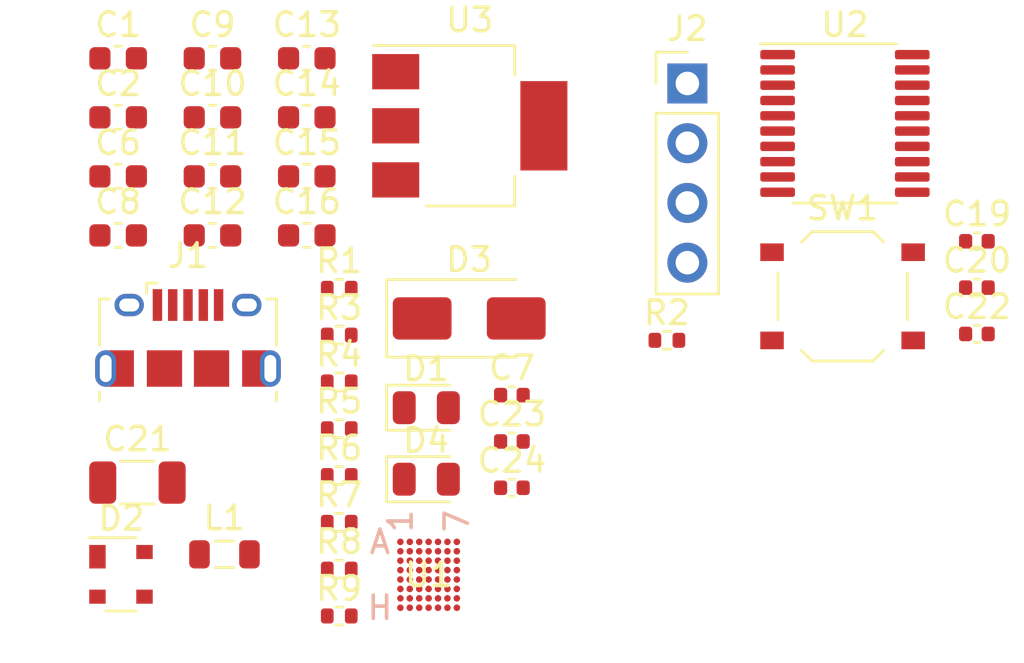
<source format=kicad_pcb>
(kicad_pcb (version 20221018) (generator pcbnew)
  (layers (0 "F.Cu" signal) (31 "B.Cu" signal) (34 "B.Paste" user) (35 "F.Paste" user) (36 "B.SilkS" user "B.Silkscreen") (37 "F.SilkS" user "F.Silkscreen") (38 "B.Mask" user) (39 "F.Mask" user) (44 "Edge.Cuts" user))
  (net 0 "")
  (net 1 "Net-(C1-Pad1)")
  (net 2 "Net-(U1A-BTST1)")
  (net 3 "GND")
  (net 4 "Net-(C2-Pad2)")
  (net 5 "Net-(C6-Pad1)")
  (net 6 "Net-(U1A-BTST2)")
  (net 7 "Net-(U1A-SDRV)")
  (net 8 "SYS")
  (net 9 "/power/BATP")
  (net 10 "VBUS")
  (net 11 "Net-(U2-VCAP)")
  (net 12 "+5V")
  (net 13 "Net-(D2-GND)")
  (net 14 "Net-(J2-Pin_1)")
  (net 15 "+3V3")
  (net 16 "Net-(D1-K)")
  (net 17 "Net-(D1-A)")
  (net 18 "Net-(D2-I{slash}O1)")
  (net 19 "Net-(D2-I{slash}O2)")
  (net 20 "Net-(D4-A)")
  (net 22 "/controller/SWIM")
  (net 23 "/power/REGN")
  (net 24 "/power/ILIM_HIZ")
  (net 25 "Net-(U1A-PROG)")
  (net 26 "Net-(U1A-BATN)")
  (net 27 "Net-(U1A-BATP)")
  (net 28 "/power/~{QON}")
  (net 29 "/power/~{CE}")
  (net 30 "/power/~{INT}")
  (net 31 "/power/~{PG}")
  (net 32 "/power/SCL")
  (net 33 "/power/SDA")
  (net 34 "/power/IBAT")
  (net 36 "/controller/~{PG}")
  (net 37 "/controller/~{QON}")
  (net 40 "/controller/~{INT}")
  (net 42 "/controller/SDA")
  (net 43 "/controller/SCL")
  (net 49 "/controller/~{CE}")
  (net 50 "/controller/IBAT")
  (footprint "Capacitor_SMD:C_0603_1608Metric" (layer "F.Cu") (at 134.66 89.85)
    (fp_text reference "C10" (at 0 -1.43) (layer "F.SilkS"))
    (fp_text value "10u")
    (fp_line (start -0.14058 -0.51) (end 0.14058 -0.51) (stroke (width 0.12)) (layer "F.SilkS"))
    (fp_line (start -0.14058 0.51) (end 0.14058 0.51) (stroke (width 0.12)) (layer "F.SilkS"))
    (pad "1" smd roundrect (at -0.775 0) (size 0.9 0.95) (layers "F.Cu" "F.Paste" "F.Mask") (net 3 "GND"))
    (pad "2" smd roundrect (at 0.775 0) (size 0.9 0.95) (layers "F.Cu" "F.Paste" "F.Mask") (net 8 "SYS"))
  )
  (footprint "Resistor_SMD:R_0402_1005Metric" (layer "F.Cu") (at 140.05 111.05)
    (fp_text reference "R9" (at 0 -1.17) (layer "F.SilkS"))
    (fp_text value "330")
    (fp_line (start -0.153641 -0.38) (end 0.153641 -0.38) (stroke (width 0.12)) (layer "F.SilkS"))
    (fp_line (start -0.153641 0.38) (end 0.153641 0.38) (stroke (width 0.12)) (layer "F.SilkS"))
    (pad "1" smd roundrect (at -0.51 0) (size 0.54 0.64) (layers "F.Cu" "F.Paste" "F.Mask") (net 15 "+3V3"))
    (pad "2" smd roundrect (at 0.51 0) (size 0.54 0.64) (layers "F.Cu" "F.Paste" "F.Mask") (net 20 "Net-(D4-A)"))
  )
  (footprint "Package_TO_SOT_SMD:SOT-223-3_TabPin2" (layer "F.Cu") (at 145.6 90.21)
    (fp_text reference "U3" (at 0 -4.5) (layer "F.SilkS"))
    (fp_text value "AMS1117-3.3")
    (fp_line (start -4.1 -3.41) (end 1.91 -3.41) (stroke (width 0.12)) (layer "F.SilkS"))
    (fp_line (start -1.85 3.41) (end 1.91 3.41) (stroke (width 0.12)) (layer "F.SilkS"))
    (fp_line (start 1.91 -3.41) (end 1.91 -2.15) (stroke (width 0.12)) (layer "F.SilkS"))
    (fp_line (start 1.91 3.41) (end 1.91 2.15) (stroke (width 0.12)) (layer "F.SilkS"))
    (pad "1" smd rect (at -3.15 -2.3) (size 2 1.5) (layers "F.Cu" "F.Paste" "F.Mask") (net 3 "GND"))
    (pad "2" smd rect (at -3.15 0) (size 2 1.5) (layers "F.Cu" "F.Paste" "F.Mask") (net 15 "+3V3"))
    (pad "2" smd rect (at 3.15 0) (size 2 3.8) (layers "F.Cu" "F.Paste" "F.Mask") (net 15 "+3V3"))
    (pad "3" smd rect (at -3.15 2.3) (size 2 1.5) (layers "F.Cu" "F.Paste" "F.Mask") (net 12 "+5V"))
  )
  (footprint "Capacitor_SMD:C_0402_1005Metric" (layer "F.Cu") (at 147.39 103.63)
    (fp_text reference "C23" (at 0 -1.16) (layer "F.SilkS"))
    (fp_text value "1u")
    (fp_line (start -0.107836 -0.36) (end 0.107836 -0.36) (stroke (width 0.12)) (layer "F.SilkS"))
    (fp_line (start -0.107836 0.36) (end 0.107836 0.36) (stroke (width 0.12)) (layer "F.SilkS"))
    (pad "1" smd roundrect (at -0.48 0) (size 0.56 0.62) (layers "F.Cu" "F.Paste" "F.Mask") (net 15 "+3V3"))
    (pad "2" smd roundrect (at 0.48 0) (size 0.56 0.62) (layers "F.Cu" "F.Paste" "F.Mask") (net 3 "GND"))
  )
  (footprint "Capacitor_SMD:C_0603_1608Metric" (layer "F.Cu") (at 138.67 94.87)
    (fp_text reference "C16" (at 0 -1.43) (layer "F.SilkS"))
    (fp_text value "100n")
    (fp_line (start -0.14058 -0.51) (end 0.14058 -0.51) (stroke (width 0.12)) (layer "F.SilkS"))
    (fp_line (start -0.14058 0.51) (end 0.14058 0.51) (stroke (width 0.12)) (layer "F.SilkS"))
    (pad "1" smd roundrect (at -0.775 0) (size 0.9 0.95) (layers "F.Cu" "F.Paste" "F.Mask") (net 10 "VBUS"))
    (pad "2" smd roundrect (at 0.775 0) (size 0.9 0.95) (layers "F.Cu" "F.Paste" "F.Mask") (net 3 "GND"))
  )
  (footprint "Capacitor_SMD:C_0603_1608Metric" (layer "F.Cu") (at 138.67 87.34)
    (fp_text reference "C13" (at 0 -1.43) (layer "F.SilkS"))
    (fp_text value "10u")
    (fp_line (start -0.14058 -0.51) (end 0.14058 -0.51) (stroke (width 0.12)) (layer "F.SilkS"))
    (fp_line (start -0.14058 0.51) (end 0.14058 0.51) (stroke (width 0.12)) (layer "F.SilkS"))
    (pad "1" smd roundrect (at -0.775 0) (size 0.9 0.95) (layers "F.Cu" "F.Paste" "F.Mask") (net 3 "GND"))
    (pad "2" smd roundrect (at 0.775 0) (size 0.9 0.95) (layers "F.Cu" "F.Paste" "F.Mask") (net 8 "SYS"))
  )
  (footprint "Resistor_SMD:R_0402_1005Metric" (layer "F.Cu") (at 140.05 109.06)
    (fp_text reference "R8" (at 0 -1.17) (layer "F.SilkS"))
    (fp_text value "100")
    (fp_line (start -0.153641 -0.38) (end 0.153641 -0.38) (stroke (width 0.12)) (layer "F.SilkS"))
    (fp_line (start -0.153641 0.38) (end 0.153641 0.38) (stroke (width 0.12)) (layer "F.SilkS"))
    (pad "1" smd roundrect (at -0.51 0) (size 0.54 0.64) (layers "F.Cu" "F.Paste" "F.Mask") (net 27 "Net-(U1A-BATP)"))
    (pad "2" smd roundrect (at 0.51 0) (size 0.54 0.64) (layers "F.Cu" "F.Paste" "F.Mask") (net 9 "/power/BATP"))
  )
  (footprint "Capacitor_SMD:C_0603_1608Metric" (layer "F.Cu") (at 130.65 89.85)
    (fp_text reference "C2" (at 0 -1.43) (layer "F.SilkS"))
    (fp_text value "100n")
    (fp_line (start -0.14058 -0.51) (end 0.14058 -0.51) (stroke (width 0.12)) (layer "F.SilkS"))
    (fp_line (start -0.14058 0.51) (end 0.14058 0.51) (stroke (width 0.12)) (layer "F.SilkS"))
    (pad "1" smd roundrect (at -0.775 0) (size 0.9 0.95) (layers "F.Cu" "F.Paste" "F.Mask") (net 3 "GND"))
    (pad "2" smd roundrect (at 0.775 0) (size 0.9 0.95) (layers "F.Cu" "F.Paste" "F.Mask") (net 4 "Net-(C2-Pad2)"))
  )
  (footprint "Capacitor_SMD:C_0603_1608Metric" (layer "F.Cu") (at 130.65 94.87)
    (fp_text reference "C8" (at 0 -1.43) (layer "F.SilkS"))
    (fp_text value "100n")
    (fp_line (start -0.14058 -0.51) (end 0.14058 -0.51) (stroke (width 0.12)) (layer "F.SilkS"))
    (fp_line (start -0.14058 0.51) (end 0.14058 0.51) (stroke (width 0.12)) (layer "F.SilkS"))
    (pad "1" smd roundrect (at -0.775 0) (size 0.9 0.95) (layers "F.Cu" "F.Paste" "F.Mask") (net 3 "GND"))
    (pad "2" smd roundrect (at 0.775 0) (size 0.9 0.95) (layers "F.Cu" "F.Paste" "F.Mask") (net 8 "SYS"))
  )
  (footprint "Capacitor_SMD:C_0603_1608Metric" (layer "F.Cu") (at 130.65 87.34)
    (fp_text reference "C1" (at 0 -1.43) (layer "F.SilkS"))
    (fp_text value "47n")
    (fp_line (start -0.14058 -0.51) (end 0.14058 -0.51) (stroke (width 0.12)) (layer "F.SilkS"))
    (fp_line (start -0.14058 0.51) (end 0.14058 0.51) (stroke (width 0.12)) (layer "F.SilkS"))
    (pad "1" smd roundrect (at -0.775 0) (size 0.9 0.95) (layers "F.Cu" "F.Paste" "F.Mask") (net 1 "Net-(C1-Pad1)"))
    (pad "2" smd roundrect (at 0.775 0) (size 0.9 0.95) (layers "F.Cu" "F.Paste" "F.Mask") (net 2 "Net-(U1A-BTST1)"))
  )
  (footprint "Resistor_SMD:R_0402_1005Metric" (layer "F.Cu") (at 140.05 97.12)
    (fp_text reference "R1" (at 0 -1.17) (layer "F.SilkS"))
    (fp_text value "1M")
    (fp_line (start -0.153641 -0.38) (end 0.153641 -0.38) (stroke (width 0.12)) (layer "F.SilkS"))
    (fp_line (start -0.153641 0.38) (end 0.153641 0.38) (stroke (width 0.12)) (layer "F.SilkS"))
    (pad "1" smd roundrect (at -0.51 0) (size 0.54 0.64) (layers "F.Cu" "F.Paste" "F.Mask") (net 13 "Net-(D2-GND)"))
    (pad "2" smd roundrect (at 0.51 0) (size 0.54 0.64) (layers "F.Cu" "F.Paste" "F.Mask") (net 3 "GND"))
  )
  (footprint "Resistor_SMD:R_0402_1005Metric" (layer "F.Cu") (at 140.05 105.08)
    (fp_text reference "R6" (at 0 -1.17) (layer "F.SilkS"))
    (fp_text value "17.4k")
    (fp_line (start -0.153641 -0.38) (end 0.153641 -0.38) (stroke (width 0.12)) (layer "F.SilkS"))
    (fp_line (start -0.153641 0.38) (end 0.153641 0.38) (stroke (width 0.12)) (layer "F.SilkS"))
    (pad "1" smd roundrect (at -0.51 0) (size 0.54 0.64) (layers "F.Cu" "F.Paste" "F.Mask") (net 3 "GND"))
    (pad "2" smd roundrect (at 0.51 0) (size 0.54 0.64) (layers "F.Cu" "F.Paste" "F.Mask") (net 25 "Net-(U1A-PROG)"))
  )
  (footprint "Capacitor_SMD:C_0603_1608Metric" (layer "F.Cu") (at 134.66 87.34)
    (fp_text reference "C9" (at 0 -1.43) (layer "F.SilkS"))
    (fp_text value "10u")
    (fp_line (start -0.14058 -0.51) (end 0.14058 -0.51) (stroke (width 0.12)) (layer "F.SilkS"))
    (fp_line (start -0.14058 0.51) (end 0.14058 0.51) (stroke (width 0.12)) (layer "F.SilkS"))
    (pad "1" smd roundrect (at -0.775 0) (size 0.9 0.95) (layers "F.Cu" "F.Paste" "F.Mask") (net 3 "GND"))
    (pad "2" smd roundrect (at 0.775 0) (size 0.9 0.95) (layers "F.Cu" "F.Paste" "F.Mask") (net 8 "SYS"))
  )
  (footprint "Capacitor_SMD:C_0402_1005Metric" (layer "F.Cu") (at 167.16 97.09)
    (fp_text reference "C20" (at 0 -1.16) (layer "F.SilkS"))
    (fp_text value "100n")
    (fp_line (start -0.107836 -0.36) (end 0.107836 -0.36) (stroke (width 0.12)) (layer "F.SilkS"))
    (fp_line (start -0.107836 0.36) (end 0.107836 0.36) (stroke (width 0.12)) (layer "F.SilkS"))
    (pad "1" smd roundrect (at -0.48 0) (size 0.56 0.62) (layers "F.Cu" "F.Paste" "F.Mask") (net 12 "+5V"))
    (pad "2" smd roundrect (at 0.48 0) (size 0.56 0.62) (layers "F.Cu" "F.Paste" "F.Mask") (net 3 "GND"))
  )
  (footprint "Diode_SMD:D_SMA" (layer "F.Cu") (at 145.575 98.4)
    (fp_text reference "D3" (at 0 -2.5) (layer "F.SilkS"))
    (fp_text value "SS14")
    (fp_line (start -3.51 -1.65) (end -3.51 1.65) (stroke (width 0.12)) (layer "F.SilkS"))
    (fp_line (start -3.51 -1.65) (end 2 -1.65) (stroke (width 0.12)) (layer "F.SilkS"))
    (fp_line (start -3.51 1.65) (end 2 1.65) (stroke (width 0.12)) (layer "F.SilkS"))
    (pad "1" smd roundrect (at -2 0) (size 2.5 1.8) (layers "F.Cu" "F.Paste" "F.Mask") (roundrect_rratio 0.1388888889) (net 12 "+5V"))
    (pad "2" smd roundrect (at 2 0) (size 2.5 1.8) (layers "F.Cu" "F.Paste" "F.Mask") (roundrect_rratio 0.1388888889) (net 10 "VBUS"))
  )
  (footprint "Capacitor_SMD:C_0603_1608Metric" (layer "F.Cu") (at 130.65 92.36)
    (fp_text reference "C6" (at 0 -1.43) (layer "F.SilkS"))
    (fp_text value "47n")
    (fp_line (start -0.14058 -0.51) (end 0.14058 -0.51) (stroke (width 0.12)) (layer "F.SilkS"))
    (fp_line (start -0.14058 0.51) (end 0.14058 0.51) (stroke (width 0.12)) (layer "F.SilkS"))
    (pad "1" smd roundrect (at -0.775 0) (size 0.9 0.95) (layers "F.Cu" "F.Paste" "F.Mask") (net 5 "Net-(C6-Pad1)"))
    (pad "2" smd roundrect (at 0.775 0) (size 0.9 0.95) (layers "F.Cu" "F.Paste" "F.Mask") (net 6 "Net-(U1A-BTST2)"))
  )
  (footprint "Button_Switch_SMD:SW_Push_1P1T_XKB_TS-1187A" (layer "F.Cu") (at 161.45 97.46)
    (fp_text reference "SW1" (at 0 -3.75) (layer "F.SilkS"))
    (fp_text value "RESET")
    (fp_line (start -2.75 -1) (end -2.75 1) (stroke (width 0.12)) (layer "F.SilkS"))
    (fp_line (start -1.75 -2.3) (end -1.3 -2.75) (stroke (width 0.12)) (layer "F.SilkS"))
    (fp_line (start -1.75 2.3) (end -1.3 2.75) (stroke (width 0.12)) (layer "F.SilkS"))
    (fp_line (start -1.3 -2.75) (end 1.3 -2.75) (stroke (width 0.12)) (layer "F.SilkS"))
    (fp_line (start -1.3 2.75) (end 1.3 2.75) (stroke (width 0.12)) (layer "F.SilkS"))
    (fp_line (start 1.75 -2.3) (end 1.3 -2.75) (stroke (width 0.12)) (layer "F.SilkS"))
    (fp_line (start 1.75 2.3) (end 1.3 2.75) (stroke (width 0.12)) (layer "F.SilkS"))
    (fp_line (start 2.75 -1) (end 2.75 1) (stroke (width 0.12)) (layer "F.SilkS"))
    (pad "1" smd rect (at -3 -1.875) (size 1 0.75) (layers "F.Cu" "F.Paste" "F.Mask") (net 3 "GND"))
    (pad "1" smd rect (at 3 -1.875) (size 1 0.75) (layers "F.Cu" "F.Paste" "F.Mask") (net 3 "GND"))
    (pad "2" smd rect (at -3 1.875) (size 1 0.75) (layers "F.Cu" "F.Paste" "F.Mask") (net 14 "Net-(J2-Pin_1)"))
    (pad "2" smd rect (at 3 1.875) (size 1 0.75) (layers "F.Cu" "F.Paste" "F.Mask") (net 14 "Net-(J2-Pin_1)"))
  )
  (footprint "Package_TO_SOT_SMD:SOT-143" (layer "F.Cu") (at 130.77 109.28)
    (fp_text reference "D2" (at 0.02 -2.38) (layer "F.SilkS"))
    (fp_text value "PRTR5V0U2X")
    (fp_line (start -0.65 1.56) (end 0.65 1.56) (stroke (width 0.12)) (layer "F.SilkS"))
    (fp_line (start 0.65 -1.56) (end -1.35 -1.56) (stroke (width 0.12)) (layer "F.SilkS"))
    (pad "1" smd rect (at -1 -0.75) (size 0.7 1) (layers "F.Cu" "F.Paste" "F.Mask") (net 13 "Net-(D2-GND)"))
    (pad "2" smd rect (at -1 0.95) (size 0.7 0.6) (layers "F.Cu" "F.Paste" "F.Mask") (net 18 "Net-(D2-I{slash}O1)"))
    (pad "3" smd rect (at 1 0.95) (size 0.7 0.6) (layers "F.Cu" "F.Paste" "F.Mask") (net 19 "Net-(D2-I{slash}O2)"))
    (pad "4" smd rect (at 1 -0.95) (size 0.7 0.6) (layers "F.Cu" "F.Paste" "F.Mask") (net 10 "VBUS"))
  )
  (footprint "Resistor_SMD:R_0402_1005Metric" (layer "F.Cu") (at 140.05 101.1)
    (fp_text reference "R4" (at 0 -1.17) (layer "F.SilkS"))
    (fp_text value "100k")
    (fp_line (start -0.153641 -0.38) (end 0.153641 -0.38) (stroke (width 0.12)) (layer "F.SilkS"))
    (fp_line (start -0.153641 0.38) (end 0.153641 0.38) (stroke (width 0.12)) (layer "F.SilkS"))
    (pad "1" smd roundrect (at -0.51 0) (size 0.54 0.64) (layers "F.Cu" "F.Paste" "F.Mask") (net 23 "/power/REGN"))
    (pad "2" smd roundrect (at 0.51 0) (size 0.54 0.64) (layers "F.Cu" "F.Paste" "F.Mask") (net 24 "/power/ILIM_HIZ"))
  )
  (footprint "Capacitor_SMD:C_0402_1005Metric" (layer "F.Cu") (at 147.39 105.6)
    (fp_text reference "C24" (at 0 -1.16) (layer "F.SilkS"))
    (fp_text value "1u")
    (fp_line (start -0.107836 -0.36) (end 0.107836 -0.36) (stroke (width 0.12)) (layer "F.SilkS"))
    (fp_line (start -0.107836 0.36) (end 0.107836 0.36) (stroke (width 0.12)) (layer "F.SilkS"))
    (pad "1" smd roundrect (at -0.48 0) (size 0.56 0.62) (layers "F.Cu" "F.Paste" "F.Mask") (net 12 "+5V"))
    (pad "2" smd roundrect (at 0.48 0) (size 0.56 0.62) (layers "F.Cu" "F.Paste" "F.Mask") (net 3 "GND"))
  )
  (footprint "Resistor_SMD:R_0402_1005Metric" (layer "F.Cu") (at 140.05 103.09)
    (fp_text reference "R5" (at 0 -1.17) (layer "F.SilkS"))
    (fp_text value "100k")
    (fp_line (start -0.153641 -0.38) (end 0.153641 -0.38) (stroke (width 0.12)) (layer "F.SilkS"))
    (fp_line (start -0.153641 0.38) (end 0.153641 0.38) (stroke (width 0.12)) (layer "F.SilkS"))
    (pad "1" smd roundrect (at -0.51 0) (size 0.54 0.64) (layers "F.Cu" "F.Paste" "F.Mask") (net 24 "/power/ILIM_HIZ"))
    (pad "2" smd roundrect (at 0.51 0) (size 0.54 0.64) (layers "F.Cu" "F.Paste" "F.Mask") (net 3 "GND"))
  )
  (footprint "Connector_USB:USB_Micro-B_Amphenol_10118194_Horizontal" (layer "F.Cu") (at 133.62 99.23)
    (fp_text reference "J1" (at 0 -3.5) (layer "F.SilkS"))
    (fp_text value "USB_B_Micro")
    (fp_line (start -3.76 -1.66) (end -3.34 -1.66) (stroke (width 0.12)) (layer "F.SilkS"))
    (fp_line (start -3.76 0.32) (end -3.76 -1.66) (stroke (width 0.12)) (layer "F.SilkS"))
    (fp_line (start -3.76 2.69) (end -3.76 2.29) (stroke (width 0.12)) (layer "F.SilkS"))
    (fp_line (start -1.76 -1.89) (end -1.76 -2.34) (stroke (width 0.12)) (layer "F.SilkS"))
    (fp_line (start -1.31 -2.34) (end -1.76 -2.34) (stroke (width 0.12)) (layer "F.SilkS"))
    (fp_line (start 3.76 -1.66) (end 3.34 -1.66) (stroke (width 0.12)) (layer "F.SilkS"))
    (fp_line (start 3.76 0.32) (end 3.76 -1.66) (stroke (width 0.12)) (layer "F.SilkS"))
    (fp_line (start 3.76 2.29) (end 3.76 2.69) (stroke (width 0.12)) (layer "F.SilkS"))
    (pad "1" smd rect (at -1.3 -1.4) (size 0.4 1.35) (layers "F.Cu" "F.Paste" "F.Mask") (net 10 "VBUS"))
    (pad "2" smd rect (at -0.65 -1.4) (size 0.4 1.35) (layers "F.Cu" "F.Paste" "F.Mask") (net 19 "Net-(D2-I{slash}O2)"))
    (pad "3" smd rect (at 0 -1.4) (size 0.4 1.35) (layers "F.Cu" "F.Paste" "F.Mask") (net 18 "Net-(D2-I{slash}O1)"))
    (pad "4" smd rect (at 0.65 -1.4) (size 0.4 1.35) (layers "F.Cu" "F.Paste" "F.Mask"))
    (pad "5" smd rect (at 1.3 -1.4) (size 0.4 1.35) (layers "F.Cu" "F.Paste" "F.Mask") (net 3 "GND"))
    (pad "6" thru_hole oval (at -3.5 1.3) (size 0.89 1.55) (drill oval 0.5 1.15) (layers "*.Cu" "*.Mask") (net 13 "Net-(D2-GND)"))
    (pad "6" smd rect (at -2.9 1.3) (size 1.2 1.55) (layers "F.Cu" "F.Paste" "F.Mask") (net 13 "Net-(D2-GND)"))
    (pad "6" thru_hole oval (at -2.5 -1.4) (size 1.25 0.95) (drill oval 0.85 0.55) (layers "*.Cu" "*.Mask") (net 13 "Net-(D2-GND)"))
    (pad "6" smd rect (at -1 1.3) (size 1.5 1.55) (layers "F.Cu" "F.Paste" "F.Mask") (net 13 "Net-(D2-GND)"))
    (pad "6" smd rect (at 1 1.3) (size 1.5 1.55) (layers "F.Cu" "F.Paste" "F.Mask") (net 13 "Net-(D2-GND)"))
    (pad "6" thru_hole oval (at 2.5 -1.4) (size 1.25 0.95) (drill oval 0.85 0.55) (layers "*.Cu" "*.Mask") (net 13 "Net-(D2-GND)"))
    (pad "6" smd rect (at 2.9 1.3) (size 1.2 1.55) (layers "F.Cu" "F.Paste" "F.Mask") (net 13 "Net-(D2-GND)"))
    (pad "6" thru_hole oval (at 3.5 1.3) (size 0.89 1.55) (drill oval 0.5 1.15) (layers "*.Cu" "*.Mask") (net 13 "Net-(D2-GND)"))
  )
  (footprint "Capacitor_SMD:C_0603_1608Metric" (layer "F.Cu") (at 138.67 89.85)
    (fp_text reference "C14" (at 0 -1.43) (layer "F.SilkS"))
    (fp_text value "10u")
    (fp_line (start -0.14058 -0.51) (end 0.14058 -0.51) (stroke (width 0.12)) (layer "F.SilkS"))
    (fp_line (start -0.14058 0.51) (end 0.14058 0.51) (stroke (width 0.12)) (layer "F.SilkS"))
    (pad "1" smd roundrect (at -0.775 0) (size 0.9 0.95) (layers "F.Cu" "F.Paste" "F.Mask") (net 3 "GND"))
    (pad "2" smd roundrect (at 0.775 0) (size 0.9 0.95) (layers "F.Cu" "F.Paste" "F.Mask") (net 9 "/power/BATP"))
  )
  (footprint "Connector_PinHeader_2.54mm:PinHeader_1x04_P2.54mm_Vertical" (layer "F.Cu") (at 154.85 88.41)
    (fp_text reference "J2" (at 0 -2.33) (layer "F.SilkS"))
    (fp_text value "STLINK")
    (fp_line (start -1.33 -1.33) (end 0 -1.33) (stroke (width 0.12)) (layer "F.SilkS"))
    (fp_line (start -1.33 0) (end -1.33 -1.33) (stroke (width 0.12)) (layer "F.SilkS"))
    (fp_line (start -1.33 1.27) (end -1.33 8.95) (stroke (width 0.12)) (layer "F.SilkS"))
    (fp_line (start -1.33 1.27) (end 1.33 1.27) (stroke (width 0.12)) (layer "F.SilkS"))
    (fp_line (start -1.33 8.95) (end 1.33 8.95) (stroke (width 0.12)) (layer "F.SilkS"))
    (fp_line (start 1.33 1.27) (end 1.33 8.95) (stroke (width 0.12)) (layer "F.SilkS"))
    (pad "1" thru_hole rect (at 0 0) (size 1.7 1.7) (drill 1) (layers "*.Cu" "*.Mask") (net 14 "Net-(J2-Pin_1)"))
    (pad "2" thru_hole oval (at 0 2.54) (size 1.7 1.7) (drill 1) (layers "*.Cu" "*.Mask") (net 3 "GND"))
    (pad "3" thru_hole oval (at 0 5.08) (size 1.7 1.7) (drill 1) (layers "*.Cu" "*.Mask") (net 22 "/controller/SWIM"))
    (pad "4" thru_hole oval (at 0 7.62) (size 1.7 1.7) (drill 1) (layers "*.Cu" "*.Mask") (net 12 "+5V"))
  )
  (footprint "LED_SMD:LED_0805_2012Metric" (layer "F.Cu") (at 143.75 105.235)
    (fp_text reference "D4" (at 0 -1.65) (layer "F.SilkS"))
    (fp_text value "GREEN")
    (fp_line (start -1.685 -0.96) (end -1.685 0.96) (stroke (width 0.12)) (layer "F.SilkS"))
    (fp_line (start -1.685 0.96) (end 1 0.96) (stroke (width 0.12)) (layer "F.SilkS"))
    (fp_line (start 1 -0.96) (end -1.685 -0.96) (stroke (width 0.12)) (layer "F.SilkS"))
    (pad "1" smd roundrect (at -0.9375 0) (size 0.975 1.4) (layers "F.Cu" "F.Paste" "F.Mask") (net 3 "GND"))
    (pad "2" smd roundrect (at 0.9375 0) (size 0.975 1.4) (layers "F.Cu" "F.Paste" "F.Mask") (net 20 "Net-(D4-A)"))
  )
  (footprint "Resistor_SMD:R_0402_1005Metric" (layer "F.Cu") (at 153.98 99.33)
    (fp_text reference "R2" (at 0 -1.17) (layer "F.SilkS"))
    (fp_text value "10k")
    (fp_line (start -0.153641 -0.38) (end 0.153641 -0.38) (stroke (width 0.12)) (layer "F.SilkS"))
    (fp_line (start -0.153641 0.38) (end 0.153641 0.38) (stroke (width 0.12)) (layer "F.SilkS"))
    (pad "1" smd roundrect (at -0.51 0) (size 0.54 0.64) (layers "F.Cu" "F.Paste" "F.Mask") (net 14 "Net-(J2-Pin_1)"))
    (pad "2" smd roundrect (at 0.51 0) (size 0.54 0.64) (layers "F.Cu" "F.Paste" "F.Mask") (net 12 "+5V"))
  )
  (footprint "Capacitor_SMD:C_0402_1005Metric" (layer "F.Cu") (at 167.16 99.06)
    (fp_text reference "C22" (at 0 -1.16) (layer "F.SilkS"))
    (fp_text value "100n")
    (fp_line (start -0.107836 -0.36) (end 0.107836 -0.36) (stroke (width 0.12)) (layer "F.SilkS"))
    (fp_line (start -0.107836 0.36) (end 0.107836 0.36) (stroke (width 0.12)) (layer "F.SilkS"))
    (pad "1" smd roundrect (at -0.48 0) (size 0.56 0.62) (layers "F.Cu" "F.Paste" "F.Mask") (net 3 "GND"))
    (pad "2" smd roundrect (at 0.48 0) (size 0.56 0.62) (layers "F.Cu" "F.Paste" "F.Mask") (net 14 "Net-(J2-Pin_1)"))
  )
  (footprint "Capacitor_SMD:C_0402_1005Metric" (layer "F.Cu") (at 147.39 101.66)
    (fp_text reference "C7" (at 0 -1.16) (layer "F.SilkS"))
    (fp_text value "1n")
    (fp_line (start -0.107836 -0.36) (end 0.107836 -0.36) (stroke (width 0.12)) (layer "F.SilkS"))
    (fp_line (start -0.107836 0.36) (end 0.107836 0.36) (stroke (width 0.12)) (layer "F.SilkS"))
    (pad "1" smd roundrect (at -0.48 0) (size 0.56 0.62) (layers "F.Cu" "F.Paste" "F.Mask") (net 3 "GND"))
    (pad "2" smd roundrect (at 0.48 0) (size 0.56 0.62) (layers "F.Cu" "F.Paste" "F.Mask") (net 7 "Net-(U1A-SDRV)"))
  )
  (footprint "Capacitor_SMD:C_0603_1608Metric" (layer "F.Cu") (at 138.67 92.36)
    (fp_text reference "C15" (at 0 -1.43) (layer "F.SilkS"))
    (fp_text value "10u")
    (fp_line (start -0.14058 -0.51) (end 0.14058 -0.51) (stroke (width 0.12)) (layer "F.SilkS"))
    (fp_line (start -0.14058 0.51) (end 0.14058 0.51) (stroke (width 0.12)) (layer "F.SilkS"))
    (pad "1" smd roundrect (at -0.775 0) (size 0.9 0.95) (layers "F.Cu" "F.Paste" "F.Mask") (net 3 "GND"))
    (pad "2" smd roundrect (at 0.775 0) (size 0.9 0.95) (layers "F.Cu" "F.Paste" "F.Mask") (net 9 "/power/BATP"))
  )
  (footprint "Capacitor_SMD:C_0603_1608Metric" (layer "F.Cu") (at 134.66 92.36)
    (fp_text reference "C11" (at 0 -1.43) (layer "F.SilkS"))
    (fp_text value "10u")
    (fp_line (start -0.14058 -0.51) (end 0.14058 -0.51) (stroke (width 0.12)) (layer "F.SilkS"))
    (fp_line (start -0.14058 0.51) (end 0.14058 0.51) (stroke (width 0.12)) (layer "F.SilkS"))
    (pad "1" smd roundrect (at -0.775 0) (size 0.9 0.95) (layers "F.Cu" "F.Paste" "F.Mask") (net 3 "GND"))
    (pad "2" smd roundrect (at 0.775 0) (size 0.9 0.95) (layers "F.Cu" "F.Paste" "F.Mask") (net 8 "SYS"))
  )
  (footprint "Inductor_SMD:L_0805_2012Metric" (layer "F.Cu") (at 135.17 108.43)
    (fp_text reference "L1" (at 0 -1.55) (layer "F.SilkS"))
    (fp_text value "1u")
    (fp_line (start -0.399622 -0.56) (end 0.399622 -0.56) (stroke (width 0.12)) (layer "F.SilkS"))
    (fp_line (start -0.399622 0.56) (end 0.399622 0.56) (stroke (width 0.12)) (layer "F.SilkS"))
    (pad "1" smd roundrect (at -1.0625 0) (size 0.875 1.2) (layers "F.Cu" "F.Paste" "F.Mask") (net 1 "Net-(C1-Pad1)"))
    (pad "2" smd roundrect (at 1.0625 0) (size 0.875 1.2) (layers "F.Cu" "F.Paste" "F.Mask") (net 5 "Net-(C6-Pad1)"))
  )
  (footprint "Capacitor_SMD:C_0603_1608Metric" (layer "F.Cu") (at 134.66 94.87)
    (fp_text reference "C12" (at 0 -1.43) (layer "F.SilkS"))
    (fp_text value "10u")
    (fp_line (start -0.14058 -0.51) (end 0.14058 -0.51) (stroke (width 0.12)) (layer "F.SilkS"))
    (fp_line (start -0.14058 0.51) (end 0.14058 0.51) (stroke (width 0.12)) (layer "F.SilkS"))
    (pad "1" smd roundrect (at -0.775 0) (size 0.9 0.95) (layers "F.Cu" "F.Paste" "F.Mask") (net 3 "GND"))
    (pad "2" smd roundrect (at 0.775 0) (size 0.9 0.95) (layers "F.Cu" "F.Paste" "F.Mask") (net 8 "SYS"))
  )
  (footprint "Resistor_SMD:R_0402_1005Metric" (layer "F.Cu") (at 140.05 107.07)
    (fp_text reference "R7" (at 0 -1.17) (layer "F.SilkS"))
    (fp_text value "100")
    (fp_line (start -0.153641 -0.38) (end 0.153641 -0.38) (stroke (width 0.12)) (layer "F.SilkS"))
    (fp_line (start -0.153641 0.38) (end 0.153641 0.38) (stroke (width 0.12)) (layer "F.SilkS"))
    (pad "1" smd roundrect (at -0.51 0) (size 0.54 0.64) (layers "F.Cu" "F.Paste" "F.Mask") (net 26 "Net-(U1A-BATN)"))
    (pad "2" smd roundrect (at 0.51 0) (size 0.54 0.64) (layers "F.Cu" "F.Paste" "F.Mask") (net 3 "GND"))
  )
  (footprint "BQ24179:BGA_79YBGR_TEX" (layer "F.Cu") (at 143.849675 109.2997)
    (fp_text reference "U1" (at 0 0 unlocked) (layer "F.SilkS"))
    (fp_text value "BQ24179YBGR")
    (fp_text user "1" (at -1.20015 -2.286 90 unlocked) (layer "B.SilkS"))
    (fp_text user "A" (at -2.0701 -1.400175 unlocked) (layer "B.SilkS"))
    (fp_text user "H" (at -2.0701 1.400175 unlocked) (layer "B.SilkS"))
    (fp_text user "7" (at 1.20015 -2.286 90 unlocked) (layer "B.SilkS"))
    (fp_text user "H" (at -2.0701 1.400175 unlocked) (layer "F.SilkS"))
    (fp_text user "A" (at -2.0701 -1.400175 unlocked) (layer "F.SilkS"))
    (fp_text user "1" (at -1.20015 -2.286 90 unlocked) (layer "F.SilkS"))
    (fp_text user "7" (at 1.20015 -2.286 90 unlocked) (layer "F.SilkS"))
    (pad "A1" smd circle (at -1.20015 -1.400175) (size 0.2794 0.2794) (layers "F.Cu" "F.Paste" "F.Mask") (net 10 "VBUS"))
    (pad "A2" smd circle (at -0.8001 -1.400175) (size 0.2794 0.2794) (layers "F.Cu" "F.Paste" "F.Mask") (net 4 "Net-(C2-Pad2)"))
    (pad "A3" smd circle (at -0.40005 -1.400175) (size 0.2794 0.2794) (layers "F.Cu" "F.Paste" "F.Mask") (net 1 "Net-(C1-Pad1)"))
    (pad "A4" smd circle (at 0 -1.400175) (size 0.2794 0.2794) (layers "F.Cu" "F.Paste" "F.Mask") (net 3 "GND"))
    (pad "A5" smd circle (at 0.40005 -1.400175) (size 0.2794 0.2794) (layers "F.Cu" "F.Paste" "F.Mask") (net 5 "Net-(C6-Pad1)"))
    (pad "A6" smd circle (at 0.8001 -1.400175) (size 0.2794 0.2794) (layers "F.Cu" "F.Paste" "F.Mask") (net 8 "SYS"))
    (pad "A7" smd circle (at 1.20015 -1.400175) (size 0.2794 0.2794) (layers "F.Cu" "F.Paste" "F.Mask") (net 9 "/power/BATP"))
    (pad "B1" smd circle (at -1.20015 -1.000125) (size 0.2794 0.2794) (layers "F.Cu" "F.Paste" "F.Mask") (net 10 "VBUS"))
    (pad "B2" smd circle (at -0.8001 -1.000125) (size 0.2794 0.2794) (layers "F.Cu" "F.Paste" "F.Mask") (net 4 "Net-(C2-Pad2)"))
    (pad "B3" smd circle (at -0.40005 -1.000125) (size 0.2794 0.2794) (layers "F.Cu" "F.Paste" "F.Mask") (net 1 "Net-(C1-Pad1)"))
    (pad "B4" smd circle (at 0 -1.000125) (size 0.2794 0.2794) (layers "F.Cu" "F.Paste" "F.Mask") (net 3 "GND"))
    (pad "B5" smd circle (at 0.40005 -1.000125) (size 0.2794 0.2794) (layers "F.Cu" "F.Paste" "F.Mask") (net 5 "Net-(C6-Pad1)"))
    (pad "B6" smd circle (at 0.8001 -1.000125) (size 0.2794 0.2794) (layers "F.Cu" "F.Paste" "F.Mask") (net 8 "SYS"))
    (pad "B7" smd circle (at 1.20015 -1.000125) (size 0.2794 0.2794) (layers "F.Cu" "F.Paste" "F.Mask") (net 9 "/power/BATP"))
    (pad "C1" smd circle (at -1.20015 -0.600075) (size 0.2794 0.2794) (layers "F.Cu" "F.Paste" "F.Mask") (net 10 "VBUS"))
    (pad "C2" smd circle (at -0.8001 -0.600075) (size 0.2794 0.2794) (layers "F.Cu" "F.Paste" "F.Mask") (net 4 "Net-(C2-Pad2)"))
    (pad "C3" smd circle (at -0.40005 -0.600075) (size 0.2794 0.2794) (layers "F.Cu" "F.Paste" "F.Mask") (net 1 "Net-(C1-Pad1)"))
    (pad "C4" smd circle (at 0 -0.600075) (size 0.2794 0.2794) (layers "F.Cu" "F.Paste" "F.Mask") (net 3 "GND"))
    (pad "C5" smd circle (at 0.40005 -0.600075) (size 0.2794 0.2794) (layers "F.Cu" "F.Paste" "F.Mask") (net 5 "Net-(C6-Pad1)"))
    (pad "C6" smd circle (at 0.8001 -0.600075) (size 0.2794 0.2794) (layers "F.Cu" "F.Paste" "F.Mask") (net 8 "SYS"))
    (pad "C7" smd circle (at 1.20015 -0.600075) (size 0.2794 0.2794) (layers "F.Cu" "F.Paste" "F.Mask") (net 9 "/power/BATP"))
    (pad "D1" smd circle (at -1.20015 -0.200025) (size 0.2794 0.2794) (layers "F.Cu" "F.Paste" "F.Mask") (net 2 "Net-(U1A-BTST1)"))
    (pad "D2" smd circle (at -0.8001 -0.200025) (size 0.2794 0.2794) (layers "F.Cu" "F.Paste" "F.Mask") (net 4 "Net-(C2-Pad2)"))
    (pad "D3" smd circle (at -0.40005 -0.200025) (size 0.2794 0.2794) (layers "F.Cu" "F.Paste" "F.Mask") (net 1 "Net-(C1-Pad1)"))
    (pad "D4" smd circle (at 0 -0.200025) (size 0.2794 0.2794) (layers "F.Cu" "F.Paste" "F.Mask") (net 3 "GND"))
    (pad "D5" smd circle (at 0.40005 -0.200025) (size 0.2794 0.2794) (layers "F.Cu" "F.Paste" "F.Mask") (net 5 "Net-(C6-Pad1)"))
    (pad "D6" smd circle (at 0.8001 -0.200025) (size 0.2794 0.2794) (layers "F.Cu" "F.Paste" "F.Mask") (net 8 "SYS"))
    (pad "D7" smd circle (at 1.20015 -0.200025) (size 0.2794 0.2794) (layers "F.Cu" "F.Paste" "F.Mask") (net 9 "/power/BATP"))
    (pad "E1" smd circle (at -1.20015 0.200025) (size 0.2794 0.2794) (layers "F.Cu" "F.Paste" "F.Mask") (net 23 "/power/REGN"))
    (pad "E2" smd circle (at -0.8001 0.200025) (size 0.2794 0.2794) (layers "F.Cu" "F.Paste" "F.Mask") (net 4 "Net-(C2-Pad2)"))
    (pad "E3" smd circle (at -0.40005 0.200025) (size 0.2794 0.2794) (layers "F.Cu" "F.Paste" "F.Mask") (net 1 "Net-(C1-Pad1)"))
    (pad "E4" smd circle (at 0 0.200025) (size 0.2794 0.2794) (layers "F.Cu" "F.Paste" "F.Mask") (net 3 "GND"))
    (pad "E5" smd circle (at 0.40005 0.200025) (size 0.2794 0.2794) (layers "F.Cu" "F.Paste" "F.Mask") (net 5 "Net-(C6-Pad1)"))
    (pad "E6" smd circle (at 0.8001 0.200025) (size 0.2794 0.2794) (layers "F.Cu" "F.Paste" "F.Mask") (net 8 "SYS"))
    (pad "E7" smd circle (at 1.20015 0.200025) (size 0.2794 0.2794) (layers "F.Cu" "F.Paste" "F.Mask") (net 9 "/power/BATP"))
    (pad "F1" smd circle (at -1.20015 0.600075) (size 0.2794 0.2794) (layers "F.Cu" "F.Paste" "F.Mask") (net 16 "Net-(D1-K)"))
    (pad "F2" smd circle (at -0.8001 0.600075) (size 0.2794 0.2794) (layers "F.Cu" "F.Paste" "F.Mask") (net 18 "Net-(D2-I{slash}O1)"))
    (pad "F3" smd circle (at -0.40005 0.600075) (size 0.2794 0.2794) (layers "F.Cu" "F.Paste" "F.Mask") (net 19 "Net-(D2-I{slash}O2)"))
    (pad "F4" smd circle (at 0 0.600075) (size 0.2794 0.2794) (layers "F.Cu" "F.Paste" "F.Mask") (net 24 "/power/ILIM_HIZ"))
    (pad "F5" smd circle (at 0.40005 0.600075) (size 0.2794 0.2794) (layers "F.Cu" "F.Paste" "F.Mask") (net 25 "Net-(U1A-PROG)"))
    (pad "F6" smd circle (at 0.8001 0.600075) (size 0.2794 0.2794) (layers "F.Cu" "F.Paste" "F.Mask") (net 7 "Net-(U1A-SDRV)"))
    (pad "F7" smd circle (at 1.20015 0.600075) (size 0.2794 0.2794) (layers "F.Cu" "F.Paste" "F.Mask") (net 6 "Net-(U1A-BTST2)"))
    (pad "G1" smd circle (at -1.20015 1.000125) (size 0.2794 0.2794) (layers "F.Cu" "F.Paste" "F.Mask") (net 10 "VBUS"))
    (pad "G2" smd circle (at -0.8001 1.000125) (size 0.2794 0.2794) (layers "F.Cu" "F.Paste" "F.Mask") (net 3 "GND"))
    (pad "G3" smd circle (at -0.40005 1.000125) (size 0.2794 0.2794) (layers "F.Cu" "F.Paste" "F.Mask") (net 28 "/power/~{QON}"))
    (pad "G4" smd circle (at 0 1.000125) (size 0.2794 0.2794) (layers "F.Cu" "F.Paste" "F.Mask") (net 29 "/power/~{CE}"))
    (pad "G5" smd circle (at 0.40005 1.000125) (size 0.2794 0.2794) (layers "F.Cu" "F.Paste" "F.Mask") (net 30 "/power/~{INT}"))
    (pad "G6" smd circle (at 0.8001 1.000125) (size 0.2794 0.2794) (layers "F.Cu" "F.Paste" "F.Mask") (net 26 "Net-(U1A-BATN)"))
    (pad "G7" smd circle (at 1.20015 1.000125) (size 0.2794 0.2794) (layers "F.Cu" "F.Paste" "F.Mask") (net 27 "Net-(U1A-BATP)"))
    (pad "H1" smd circle (at -1.20015 1.400175) (size 0.2794 0.2794) (layers "F.Cu" "F.Paste" "F.Mask") (net 10 "VBUS"))
    (pad "H2" smd circle (at -0.8001 1.400175) (size 0.2794 0.2794) (layers "F.Cu" "F.Paste" "F.Mask") (net 3 "GND"))
    (pad "H3" smd circle (at -0.40005 1.400175) (size 0.2794 0.2794) (layers "F.Cu" "F.Paste" "F.Mask") (net 31 "/power/~{PG}"))
    (pad "H4" smd circle (at 0 1.400175) (size 0.2794 0.2794) (layers "F.Cu" "F.Paste" "F.Mask") (net 32 "/power/SCL"))
    (pad "H5" smd circle (at 0.40005 1.400175) (size 0.2794 0.2794) (layers "F.Cu" "F.Paste" "F.Mask") (net 33 "/power/SDA"))
    (pad "H6" smd circle (at 0.8001 1.400175) (size 0.2794 0.2794) (layers "F.Cu" "F.Paste" "F.Mask") (net 34 "/power/IBAT"))
    (pad "H7" smd circle (at 1.20015 1.400175) (size 0.2794 0.2794) (layers "F.Cu" "F.Paste" "F.Mask"))
  )
  (footprint "Capacitor_SMD:C_0402_1005Metric" (layer "F.Cu") (at 167.16 95.12)
    (fp_text reference "C19" (at 0 -1.16) (layer "F.SilkS"))
    (fp_text value "1u")
    (fp_line (start -0.107836 -0.36) (end 0.107836 -0.36) (stroke (width 0.12)) (layer "F.SilkS"))
    (fp_line (start -0.107836 0.36) (end 0.107836 0.36) (stroke (width 0.12)) (layer "F.SilkS"))
    (pad "1" smd roundrect (at -0.48 0) (size 0.56 0.62) (layers "F.Cu" "F.Paste" "F.Mask") (net 3 "GND"))
    (pad "2" smd roundrect (at 0.48 0) (size 0.56 0.62) (layers "F.Cu" "F.Paste" "F.Mask") (net 11 "Net-(U2-VCAP)"))
  )
  (footprint "LED_SMD:LED_0805_2012Metric" (layer "F.Cu") (at 143.75 102.195)
    (fp_text reference "D1" (at 0 -1.65) (layer "F.SilkS"))
    (fp_text value "YELLOW")
    (fp_line (start -1.685 -0.96) (end -1.685 0.96) (stroke (width 0.12)) (layer "F.SilkS"))
    (fp_line (start -1.685 0.96) (end 1 0.96) (stroke (width 0.12)) (layer "F.SilkS"))
    (fp_line (start 1 -0.96) (end -1.685 -0.96) (stroke (width 0.12)) (layer "F.SilkS"))
    (pad "1" smd roundrect (at -0.9375 0) (size 0.975 1.4) (layers "F.Cu" "F.Paste" "F.Mask") (net 16 "Net-(D1-K)"))
    (pad "2" smd roundrect (at 0.9375 0) (size 0.975 1.4) (layers "F.Cu" "F.Paste" "F.Mask") (net 17 "Net-(D1-A)"))
  )
  (footprint "Resistor_SMD:R_0402_1005Metric" (layer "F.Cu") (at 140.05 99.11)
    (fp_text reference "R3" (at 0 -1.17) (layer "F.SilkS"))
    (fp_text value "2.2k")
    (fp_line (start -0.153641 -0.38) (end 0.153641 -0.38) (stroke (width 0.12)) (layer "F.SilkS"))
    (fp_line (start -0.153641 0.38) (end 0.153641 0.38) (stroke (width 0.12)) (layer "F.SilkS"))
    (pad "1" smd roundrect (at -0.51 0) (size 0.54 0.64) (layers "F.Cu" "F.Paste" "F.Mask") (net 23 "/power/REGN"))
    (pad "2" smd roundrect (at 0.51 0) (size 0.54 0.64) (layers "F.Cu" "F.Paste" "F.Mask") (net 17 "Net-(D1-A)"))
  )
  (footprint "Package_SO:TSSOP-20_4.4x6.5mm_P0.65mm" (layer "F.Cu") (at 161.55 90.11)
    (fp_text reference "U2" (at 0 -4.2) (layer "F.SilkS"))
    (fp_text value "STM8S003F3P")
    (fp_line (start 0 -3.385) (end -3.6 -3.385) (stroke (width 0.12)) (layer "F.SilkS"))
    (fp_line (start 0 -3.385) (end 2.2 -3.385) (stroke (width 0.12)) (layer "F.SilkS"))
    (fp_line (start 0 3.385) (end -2.2 3.385) (stroke (width 0.12)) (layer "F.SilkS"))
    (fp_line (start 0 3.385) (end 2.2 3.385) (stroke (width 0.12)) (layer "F.SilkS"))
    (pad "1" smd roundrect (at -2.8625 -2.925) (size 1.475 0.4) (layers "F.Cu" "F.Paste" "F.Mask") (net 36 "/controller/~{PG}"))
    (pad "2" smd roundrect (at -2.8625 -2.275) (size 1.475 0.4) (layers "F.Cu" "F.Paste" "F.Mask") (net 37 "/controller/~{QON}"))
    (pad "3" smd roundrect (at -2.8625 -1.625) (size 1.475 0.4) (layers "F.Cu" "F.Paste" "F.Mask"))
    (pad "4" smd roundrect (at -2.8625 -0.975) (size 1.475 0.4) (layers "F.Cu" "F.Paste" "F.Mask") (net 14 "Net-(J2-Pin_1)"))
    (pad "5" smd roundrect (at -2.8625 -0.325) (size 1.475 0.4) (layers "F.Cu" "F.Paste" "F.Mask"))
    (pad "6" smd roundrect (at -2.8625 0.325) (size 1.475 0.4) (layers "F.Cu" "F.Paste" "F.Mask") (net 40 "/controller/~{INT}"))
    (pad "7" smd roundrect (at -2.8625 0.975) (size 1.475 0.4) (layers "F.Cu" "F.Paste" "F.Mask") (net 3 "GND"))
    (pad "8" smd roundrect (at -2.8625 1.625) (size 1.475 0.4) (layers "F.Cu" "F.Paste" "F.Mask") (net 11 "Net-(U2-VCAP)"))
    (pad "9" smd roundrect (at -2.8625 2.275) (size 1.475 0.4) (layers "F.Cu" "F.Paste" "F.Mask") (net 12 "+5V"))
    (pad "10" smd roundrect (at -2.8625 2.925) (size 1.475 0.4) (layers "F.Cu" "F.Paste" "F.Mask"))
    (pad "11" smd roundrect (at 2.8625 2.925) (size 1.475 0.4) (layers "F.Cu" "F.Paste" "F.Mask") (net 42 "/controller/SDA"))
    (pad "12" smd roundrect (at 2.8625 2.275) (size 1.475 0.4) (layers "F.Cu" "F.Paste" "F.Mask") (net 43 "/controller/SCL"))
    (pad "13" smd roundrect (at 2.8625 1.625) (size 1.475 0.4) (layers "F.Cu" "F.Paste" "F.Mask"))
    (pad "14" smd roundrect (at 2.8625 0.975) (size 1.475 0.4) (layers "F.Cu" "F.Paste" "F.Mask"))
    (pad "15" smd roundrect (at 2.8625 0.325) (size 1.475 0.4) (layers "F.Cu" "F.Paste" "F.Mask"))
    (pad "16" smd roundrect (at 2.8625 -0.325) (size 1.475 0.4) (layers "F.Cu" "F.Paste" "F.Mask"))
    (pad "17" smd roundrect (at 2.8625 -0.975) (size 1.475 0.4) (layers "F.Cu" "F.Paste" "F.Mask"))
    (pad "18" smd roundrect (at 2.8625 -1.625) (size 1.475 0.4) (layers "F.Cu" "F.Paste" "F.Mask") (net 22 "/controller/SWIM"))
    (pad "19" smd roundrect (at 2.8625 -2.275) (size 1.475 0.4) (layers "F.Cu" "F.Paste" "F.Mask") (net 49 "/controller/~{CE}"))
    (pad "20" smd roundrect (at 2.8625 -2.925) (size 1.475 0.4) (layers "F.Cu" "F.Paste" "F.Mask") (net 50 "/controller/IBAT"))
  )
  (footprint "Capacitor_SMD:C_1206_3216Metric" (layer "F.Cu") (at 131.47 105.38)
    (fp_text reference "C21" (at 0 -1.85) (layer "F.SilkS"))
    (fp_text value "1n")
    (fp_line (start -0.711252 -0.91) (end 0.711252 -0.91) (stroke (width 0.12)) (layer "F.SilkS"))
    (fp_line (start -0.711252 0.91) (end 0.711252 0.91) (stroke (width 0.12)) (layer "F.SilkS"))
    (pad "1" smd roundrect (at -1.475 0) (size 1.15 1.8) (layers "F.Cu" "F.Paste" "F.Mask") (roundrect_rratio 0.217391) (net 13 "Net-(D2-GND)"))
    (pad "2" smd roundrect (at 1.475 0) (size 1.15 1.8) (layers "F.Cu" "F.Paste" "F.Mask") (roundrect_rratio 0.217391) (net 3 "GND"))
  )
)
</source>
